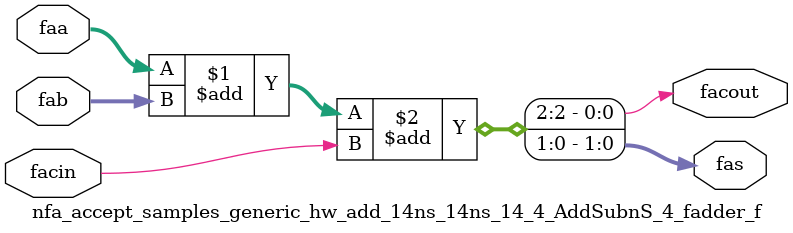
<source format=v>
module nfa_accept_samples_generic_hw_add_14ns_14ns_14_4_AddSubnS_4_fadder_f 
#(parameter
    N = 2
)(
    input  [N-1 : 0]  faa,
    input  [N-1 : 0]  fab,
    input  wire  facin,
    output [N-1 : 0]  fas,
    output wire  facout
);
assign {facout, fas} = faa + fab + facin;
endmodule
</source>
